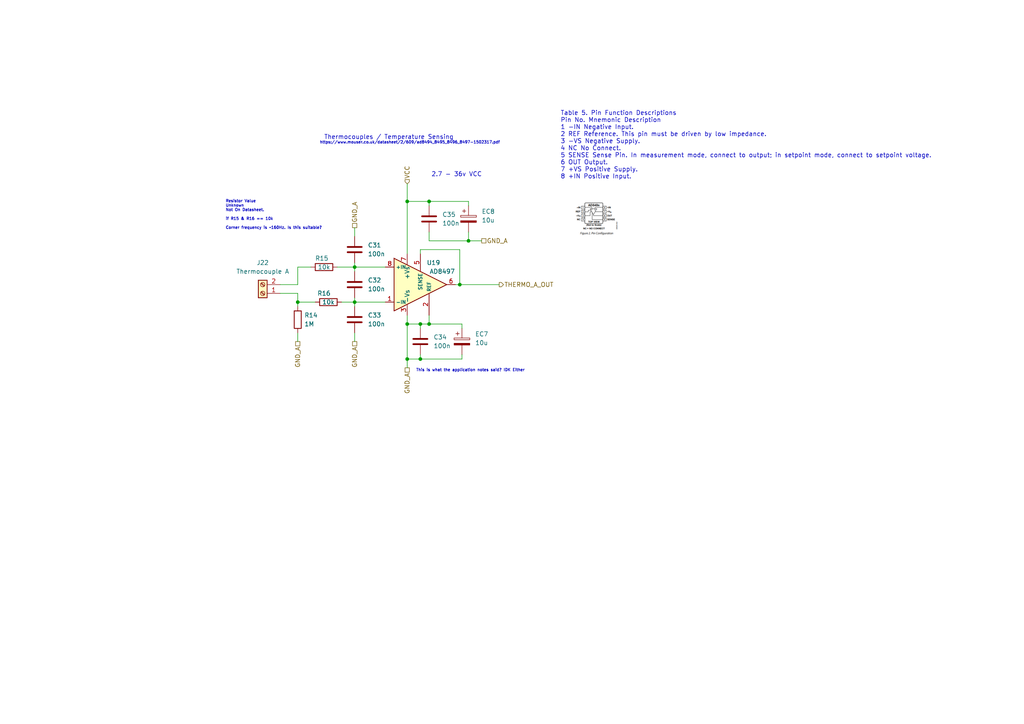
<source format=kicad_sch>
(kicad_sch (version 20230121) (generator eeschema)
  (paper "A4")
  (lib_symbols
    (symbol "000_Capacitor_Electrolytic_Immo:22u" (pin_numbers hide) (pin_names (offset 0.254))
      (property "Reference" "EC" (at 0.635 2.54 0))
      (property "Value" "22u" (at 0.635 -2.54 0))
      (symbol "22u_0_1"
        (rectangle (start -2.286 0.508) (end 2.286 1.016))
        (polyline (pts (xy -1.778 2.286) (xy -0.762 2.286)))
        (polyline (pts (xy -1.27 2.794) (xy -1.27 1.778)))
        (rectangle (start 2.286 -0.508) (end -2.286 -1.016) (fill (type outline)))
      )
      (symbol "22u_1_1"
        (pin passive line (at 0 3.81 270) (length 2.794) (name "~") (number "1"))
        (pin passive line (at 0 -3.81 90) (length 2.794) (name "~") (number "2"))
      )
    )
    (symbol "000_Capacitor_Film_Immo:cap_film_0805" (pin_numbers hide) (pin_names (offset 0.254))
      (property "Reference" "C" (at 0.635 2.54 0))
      (property "Value" "cap_film_0805" (at 0.635 -2.54 0))
      (symbol "cap_film_0805_0_1"
        (polyline (pts (xy -2.032 -0.762) (xy 2.032 -0.762)) (stroke (width 0.508)))
        (polyline (pts (xy -2.032 0.762) (xy 2.032 0.762)) (stroke (width 0.508)))
      )
      (symbol "cap_film_0805_1_1"
        (pin passive line (at 0 3.81 270) (length 2.794) (name "~") (number "1"))
        (pin passive line (at 0 -3.81 90) (length 2.794) (name "~") (number "2"))
      )
    )
    (symbol "000_Resistors_Immo:Resistor_0805" (pin_numbers hide) (pin_names (offset 0))
      (property "Reference" "R?" (at -2.54 3.81 0))
      (property "Value" "Resistor_0805" (at -5.08 2.54 0))
      (symbol "Resistor_0805_0_1"
        (rectangle (start 2.54 -1.016) (end -2.54 1.016) (stroke (width 0.254)))
      )
      (symbol "Resistor_0805_1_1"
        (pin passive line (at -3.81 0 0) (length 1.27) (name "~") (number "1"))
        (pin passive line (at 3.81 0 180) (length 1.27) (name "~") (number "2"))
      )
    )
    (symbol "Connector:Screw_Terminal_01x02" (pin_names (offset 1.016) hide)
      (property "Reference" "J" (at 0 2.54 0))
      (property "Value" "Screw_Terminal_01x02" (at 0 -5.08 0))
      (symbol "Screw_Terminal_01x02_1_1"
        (rectangle (start -1.27 1.27) (end 1.27 -3.81) (stroke (width 0.254)) (fill (type background)))
        (circle (center 0 -2.54) (radius 0.635) (stroke (width 0.1524)))
        (polyline (pts (xy -0.5334 -2.2098) (xy 0.3302 -3.048)) (stroke (width 0.1524)))
        (polyline (pts (xy -0.5334 0.3302) (xy 0.3302 -0.508)) (stroke (width 0.1524)))
        (polyline (pts (xy -0.3556 -2.032) (xy 0.508 -2.8702)) (stroke (width 0.1524)))
        (polyline (pts (xy -0.3556 0.508) (xy 0.508 -0.3302)) (stroke (width 0.1524)))
        (circle (center 0 0) (radius 0.635) (stroke (width 0.1524)))
        (pin passive line (at -5.08 0 0) (length 3.81) (name "Pin_1") (number "1"))
        (pin passive line (at -5.08 -2.54 0) (length 3.81) (name "Pin_2") (number "2"))
      )
    )
    (symbol "Sensor_Temperature:AD8497"
      (property "Reference" "U" (at 5.08 3.81 0))
      (property "Value" "AD8497" (at 8.89 -3.81 0))
      (symbol "AD8497_0_1"
        (polyline (pts (xy -7.62 7.62) (xy 7.62 0) (xy -7.62 -7.62) (xy -7.62 7.62)) (stroke (width 0.254)) (fill (type background)))
      )
      (symbol "AD8497_1_1"
        (pin input line (at -10.16 -5.08 0) (length 2.54) (name "-IN") (number "1"))
        (pin input line (at 2.54 -8.89 90) (length 6.3) (name "REF") (number "2"))
        (pin power_in line (at -3.81 -8.89 90) (length 3.1) (name "-Vs") (number "3"))
        (pin no_connect line (at -5.08 0 180) (length 2.54) hide (name "NC") (number "4"))
        (pin passive line (at 0 8.89 270) (length 5) (name "SENSE") (number "5"))
        (pin output line (at 10.16 0 180) (length 2.54) (name "~") (number "6"))
        (pin power_in line (at -3.81 8.89 270) (length 3) (name "+Vs") (number "7"))
        (pin input line (at -10.16 5.08 0) (length 2.54) (name "+IN") (number "8"))
      )
    )
  )
  (junction (at 133.35 82.55))
  (junction (at 124.46 93.98))
  (junction (at 118.11 104.14))
  (junction (at 86.36 87.63))
  (junction (at 135.89 69.85))
  (junction (at 118.11 58.42))
  (junction (at 102.87 77.47))
  (junction (at 124.46 58.42))
  (junction (at 121.92 93.98))
  (junction (at 121.92 104.14))
  (junction (at 118.11 93.98))
  (junction (at 102.87 87.63))
  (wire (pts (xy 124.46 91.44) (xy 124.46 93.98)))
  (wire (pts (xy 86.36 96.52) (xy 86.36 99.06)))
  (wire (pts (xy 124.46 67.31) (xy 124.46 69.85)))
  (wire (pts (xy 86.36 77.47) (xy 86.36 82.55)))
  (wire (pts (xy 86.36 77.47) (xy 90.17 77.47)))
  (wire (pts (xy 121.92 102.87) (xy 121.92 104.14)))
  (wire (pts (xy 102.87 77.47) (xy 102.87 78.74)))
  (wire (pts (xy 97.79 77.47) (xy 102.87 77.47)))
  (wire (pts (xy 99.06 87.63) (xy 102.87 87.63)))
  (wire (pts (xy 124.46 69.85) (xy 135.89 69.85)))
  (wire (pts (xy 118.11 93.98) (xy 118.11 104.14)))
  (wire (pts (xy 121.92 104.14) (xy 118.11 104.14)))
  (wire (pts (xy 102.87 77.47) (xy 111.76 77.47)))
  (wire (pts (xy 86.36 87.63) (xy 86.36 85.09)))
  (wire (pts (xy 118.11 91.44) (xy 118.11 93.98)))
  (wire (pts (xy 86.36 85.09) (xy 81.28 85.09)))
  (wire (pts (xy 124.46 93.98) (xy 121.92 93.98)))
  (wire (pts (xy 102.87 76.2) (xy 102.87 77.47)))
  (wire (pts (xy 102.87 96.52) (xy 102.87 99.06)))
  (wire (pts (xy 133.35 82.55) (xy 144.78 82.55)))
  (wire (pts (xy 135.89 69.85) (xy 139.7 69.85)))
  (wire (pts (xy 121.92 95.25) (xy 121.92 93.98)))
  (wire (pts (xy 102.87 87.63) (xy 102.87 88.9)))
  (wire (pts (xy 102.87 87.63) (xy 102.87 86.36)))
  (wire (pts (xy 121.92 72.39) (xy 133.35 72.39)))
  (wire (pts (xy 133.35 72.39) (xy 133.35 82.55)))
  (wire (pts (xy 135.89 59.69) (xy 135.89 58.42)))
  (wire (pts (xy 121.92 93.98) (xy 118.11 93.98)))
  (wire (pts (xy 124.46 58.42) (xy 118.11 58.42)))
  (wire (pts (xy 118.11 104.14) (xy 118.11 106.68)))
  (wire (pts (xy 135.89 69.85) (xy 135.89 67.31)))
  (wire (pts (xy 118.11 58.42) (xy 118.11 73.66)))
  (wire (pts (xy 102.87 66.04) (xy 102.87 68.58)))
  (wire (pts (xy 124.46 93.98) (xy 133.985 93.98)))
  (wire (pts (xy 118.11 53.34) (xy 118.11 58.42)))
  (wire (pts (xy 86.36 88.9) (xy 86.36 87.63)))
  (wire (pts (xy 133.985 93.98) (xy 133.985 95.25)))
  (wire (pts (xy 81.28 82.55) (xy 86.36 82.55)))
  (wire (pts (xy 121.92 73.66) (xy 121.92 72.39)))
  (wire (pts (xy 133.985 102.87) (xy 133.985 104.14)))
  (wire (pts (xy 102.87 87.63) (xy 111.76 87.63)))
  (wire (pts (xy 124.46 58.42) (xy 135.89 58.42)))
  (wire (pts (xy 133.985 104.14) (xy 121.92 104.14)))
  (wire (pts (xy 133.35 82.55) (xy 132.08 82.55)))
  (wire (pts (xy 124.46 59.69) (xy 124.46 58.42)))
  (wire (pts (xy 86.36 87.63) (xy 91.44 87.63)))
  (image (at 172.72 63.5))
  (text "Resistor Value\nUnknown\nNot On Datasheet.\n\nif R15 & R16 == 10k\n\nCorner frequency is ~160Hz. Is this suitable?\n" (at 65.405 66.675 0) (effects (font (size 0.8 0.8)) (justify left bottom)))
  (text "This is what the application notes said? IDK Either" (at 120.65 107.95 0) (effects (font (size 0.8 0.8)) (justify left bottom)))
  (text "Table 5. Pin Function Descriptions\nPin No. Mnemonic Description\n1 −IN Negative Input.\n2 REF Reference. This pin must be driven by low impedance.\n3 −VS Negative Supply.\n4 NC No Connect.\n5 SENSE Sense Pin. In measurement mode, connect to output; in setpoint mode, connect to setpoint voltage.\n6 OUT Output.\n7 +VS Positive Supply.\n8 +IN Positive Input. " (at 162.56 52.07 0) (effects (font (size 1.27 1.27)) (justify left bottom)))
  (text "https://www.mouser.co.uk/datasheet/2/609/ad8494_8495_8496_8497-1502317.pdf" (at 92.71 41.91 0) (effects (font (size 0.8 0.8)) (justify left bottom)))
  (text "2.7 - 36v VCC" (at 125.095 51.435 0) (effects (font (size 1.27 1.27)) (justify left bottom)))
  (text "Thermocouples / Temperature Sensing " (at 93.98 40.64 0) (effects (font (size 1.27 1.27)) (justify left bottom)))
  (hierarchical_label "VCC" (shape input) (at 118.11 53.34 90))
  (hierarchical_label "GND_A" (shape passive) (at 102.87 66.04 90))
  (hierarchical_label "GND_A" (shape passive) (at 102.87 99.06 270))
  (hierarchical_label "GND_A" (shape passive) (at 139.7 69.85 0))
  (hierarchical_label "GND_A" (shape passive) (at 86.36 99.06 270))
  (hierarchical_label "GND_A" (shape passive) (at 118.11 106.68 270))
  (hierarchical_label "THERMO_A_OUT" (shape output) (at 144.78 82.55 0))
  (symbol (lib_id "000_Capacitor_Film_Immo:cap_film_0805") (at 124.46 63.5 0) (unit 1)
    (property "Reference" "C35" (at 128.27 62.2299 0) (effects (justify left)))
    (property "Value" "100n" (at 128.27 64.7699 0) (effects (justify left)))
    (property "Footprint" "Capacitor_SMD:C_0805_2012Metric_Pad1.18x1.45mm_HandSolder" (effects hide))
  )
  (symbol (lib_id "000_Capacitor_Film_Immo:cap_film_0805") (at 102.87 82.55 0) (unit 1)
    (property "Reference" "C32" (at 106.68 81.2799 0) (effects (justify left)))
    (property "Value" "100n" (at 106.68 83.8199 0) (effects (justify left)))
    (property "Footprint" "Capacitor_SMD:C_0805_2012Metric_Pad1.18x1.45mm_HandSolder" (effects hide))
  )
  (symbol (lib_id "Connector:Screw_Terminal_01x02") (at 76.2 85.09 180) (unit 1)
    (property "Reference" "J22" (at 76.2 76.2 0))
    (property "Value" "Thermocouple A" (at 76.2 78.74 0))
    (property "Footprint" "TerminalBlock:TerminalBlock_Altech_AK300-2_P5.00mm" (effects hide))
  )
  (symbol (lib_id "000_Resistors_Immo:Resistor_0805") (at 86.36 92.71 90) (unit 1)
    (property "Reference" "R14" (at 88.265 91.44 90) (effects (justify right)))
    (property "Value" "1M" (at 88.265 93.98 90) (effects (justify right)))
    (property "Footprint" "Resistor_SMD:R_0805_2012Metric_Pad1.20x1.40mm_HandSolder" (effects hide))
  )
  (symbol (lib_id "000_Capacitor_Electrolytic_Immo:22u") (at 133.985 99.06 0) (unit 1)
    (property "Reference" "EC7" (at 137.795 96.9009 0) (effects (justify left)))
    (property "Value" "10u" (at 137.795 99.4409 0) (effects (justify left)))
    (property "Footprint" "Capacitor_SMD:CP_Elec_4x5.4" (effects hide))
  )
  (symbol (lib_id "Sensor_Temperature:AD8497") (at 121.92 82.55 0) (unit 1)
    (property "Reference" "U19" (at 125.73 76.2 0))
    (property "Value" "AD8497" (at 128.27 78.74 0))
    (property "Footprint" "Package_SO:MSOP-8_3x3mm_P0.65mm" (effects hide))
    (property "Datasheet" "https://www.analog.com/media/en/technical-documentation/data-sheets/ad8494_8495_8496_8497.pdf" (effects hide))
  )
  (symbol (lib_id "000_Capacitor_Film_Immo:cap_film_0805") (at 121.92 99.06 0) (unit 1)
    (property "Reference" "C34" (at 125.73 97.7899 0) (effects (justify left)))
    (property "Value" "100n" (at 125.73 100.3299 0) (effects (justify left)))
    (property "Footprint" "Capacitor_SMD:C_0805_2012Metric_Pad1.18x1.45mm_HandSolder" (effects hide))
  )
  (symbol (lib_id "000_Resistors_Immo:Resistor_0805") (at 95.25 87.63 180) (unit 1)
    (property "Reference" "R16" (at 93.98 85.09 0))
    (property "Value" "10k" (at 95.25 87.63 0))
    (property "Footprint" "Resistor_SMD:R_0805_2012Metric_Pad1.20x1.40mm_HandSolder" (effects hide))
  )
  (symbol (lib_id "000_Capacitor_Film_Immo:cap_film_0805") (at 102.87 92.71 0) (unit 1)
    (property "Reference" "C33" (at 106.68 91.4399 0) (effects (justify left)))
    (property "Value" "100n" (at 106.68 93.9799 0) (effects (justify left)))
    (property "Footprint" "Capacitor_SMD:C_0805_2012Metric_Pad1.18x1.45mm_HandSolder" (effects hide))
  )
  (symbol (lib_id "000_Capacitor_Film_Immo:cap_film_0805") (at 102.87 72.39 0) (unit 1)
    (property "Reference" "C31" (at 106.68 71.1199 0) (effects (justify left)))
    (property "Value" "100n" (at 106.68 73.6599 0) (effects (justify left)))
    (property "Footprint" "Capacitor_SMD:C_0805_2012Metric_Pad1.18x1.45mm_HandSolder" (effects hide))
  )
  (symbol (lib_id "000_Capacitor_Electrolytic_Immo:22u") (at 135.89 63.5 0) (unit 1)
    (property "Reference" "EC8" (at 139.7 61.3409 0) (effects (justify left)))
    (property "Value" "10u" (at 139.7 63.8809 0) (effects (justify left)))
    (property "Footprint" "Capacitor_SMD:CP_Elec_4x5.4" (effects hide))
  )
  (symbol (lib_id "000_Resistors_Immo:Resistor_0805") (at 93.98 77.47 180) (unit 1)
    (property "Reference" "R15" (at 93.345 74.93 0))
    (property "Value" "10k" (at 93.98 77.47 0))
    (property "Footprint" "Resistor_SMD:R_0805_2012Metric_Pad1.20x1.40mm_HandSolder" (effects hide))
  )
)
</source>
